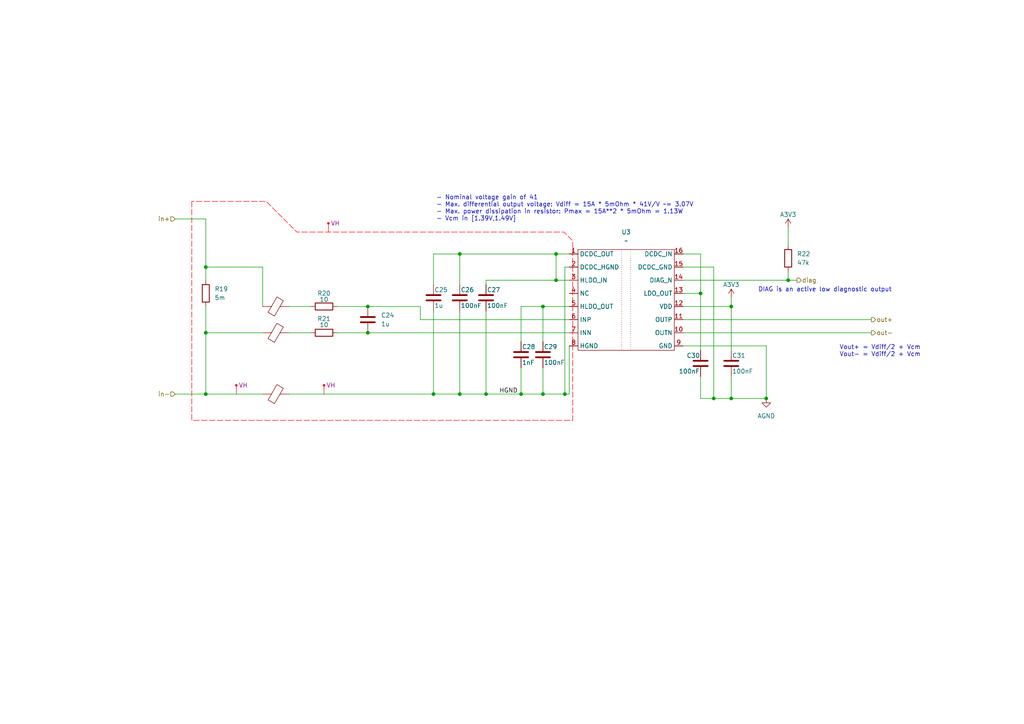
<source format=kicad_sch>
(kicad_sch (version 20250114) (generator "eeschema") (generator_version "9.0")
  (paper "A4")
  (title_block (title "Current sensing") (date "2025-08-06"))
  (lib_symbols
    (symbol "Device:C" (pin_numbers (hide yes)) (pin_names (offset 0.254))
      (property "Reference" "C" (at 0.635 2.54 0))
      (property "Value" "C" (at 0.635 -2.54 0))
      (symbol "C_0_1"
        (polyline (pts (xy -2.032 0.762) (xy 2.032 0.762)) (stroke (width 0.508)))
        (polyline (pts (xy -2.032 -0.762) (xy 2.032 -0.762)) (stroke (width 0.508)))
      )
      (symbol "C_1_1"
        (pin passive line (at 0 3.81 270) (length 2.794) (name "~") (number "1"))
        (pin passive line (at 0 -3.81 90) (length 2.794) (name "~") (number "2"))
      )
    )
    (symbol "Device:FerriteBead" (pin_numbers (hide yes)) (pin_names (offset 0))
      (property "Reference" "FB" (at -3.81 0.635 90))
      (property "Value" "FerriteBead" (at 3.81 0 90))
      (symbol "FerriteBead_0_1"
        (polyline (pts (xy -2.7686 0.4064) (xy -1.7018 2.2606) (xy 2.7686 -0.3048) (xy 1.6764 -2.159) (xy -2.7686 0.4064)))
        (polyline (pts (xy 0 1.27) (xy 0 1.2954)))
        (polyline (pts (xy 0 -1.27) (xy 0 -1.2192)))
      )
      (symbol "FerriteBead_1_1"
        (pin passive line (at 0 3.81 270) (length 2.54) (name "~") (number "1"))
        (pin passive line (at 0 -3.81 90) (length 2.54) (name "~") (number "2"))
      )
    )
    (symbol "Device:R" (pin_numbers (hide yes)) (pin_names (offset 0))
      (property "Reference" "R" (at 2.032 0 90))
      (property "Value" "R" (at 0 0 90))
      (symbol "R_0_1"
        (rectangle (start -1.016 -2.54) (end 1.016 2.54) (stroke (width 0.254)))
      )
      (symbol "R_1_1"
        (pin passive line (at 0 3.81 270) (length 1.27) (name "~") (number "1"))
        (pin passive line (at 0 -3.81 90) (length 1.27) (name "~") (number "2"))
      )
    )
    (symbol "mdriver_symbols:PAMC3302DWER"
      (property "Reference" "U" (at -10.16 0 0))
      (symbol "PAMC3302DWER_0_1"
        (rectangle (start -13.97 12.7) (end 13.97 -16.51))
        (polyline (pts (xy -1.27 12.7) (xy -1.27 -16.51)) (stroke (width 0) (type dot)))
        (polyline (pts (xy 1.27 12.7) (xy 1.27 -16.51)) (stroke (width 0) (type dot)))
      )
      (symbol "PAMC3302DWER_1_1"
        (pin input line (at -16.51 11.43 0) (length 2.54) (name "DCDC_OUT") (number "1"))
        (pin input line (at -16.51 7.62 0) (length 2.54) (name "DCDC_HGND") (number "2"))
        (pin input line (at -16.51 3.81 0) (length 2.54) (name "HLDO_IN") (number "3"))
        (pin input line (at -16.51 0 0) (length 2.54) (name "NC") (number "4"))
        (pin input line (at -16.51 -3.81 0) (length 2.54) (name "HLDO_OUT") (number "5"))
        (pin input line (at -16.51 -7.62 0) (length 2.54) (name "INP") (number "6"))
        (pin input line (at -16.51 -11.43 0) (length 2.54) (name "INN") (number "7"))
        (pin input line (at -16.51 -15.24 0) (length 2.54) (name "HGND") (number "8"))
        (pin input line (at 16.51 11.43 180) (length 2.54) (name "DCDC_IN") (number "16"))
        (pin input line (at 16.51 7.62 180) (length 2.54) (name "DCDC_GND") (number "15"))
        (pin input line (at 16.51 3.81 180) (length 2.54) (name "DIAG_N") (number "14"))
        (pin input line (at 16.51 0 180) (length 2.54) (name "LDO_OUT") (number "13"))
        (pin input line (at 16.51 -3.81 180) (length 2.54) (name "VDD") (number "12"))
        (pin input line (at 16.51 -7.62 180) (length 2.54) (name "OUTP") (number "11"))
        (pin input line (at 16.51 -11.43 180) (length 2.54) (name "OUTN") (number "10"))
        (pin input line (at 16.51 -15.24 180) (length 2.54) (name "GND") (number "9"))
      )
    )
    (symbol "power:GND" (power) (pin_numbers (hide yes)) (pin_names (offset 0) (hide yes))
      (property "Value" "GND" (at 0 -3.81 0))
      (symbol "GND_0_1"
        (polyline (pts (xy 0 0) (xy 0 -1.27) (xy 1.27 -1.27) (xy 0 -2.54) (xy -1.27 -1.27) (xy 0 -1.27)))
      )
      (symbol "GND_1_1"
        (pin power_in line (at 0 0 270) (length 0) (name "~") (number "1"))
      )
    )
    (symbol "power:VDD" (power) (pin_numbers (hide yes)) (pin_names (offset 0) (hide yes))
      (property "Value" "VDD" (at 0 3.556 0))
      (symbol "VDD_0_1"
        (polyline (pts (xy -0.762 1.27) (xy 0 2.54)))
        (polyline (pts (xy 0 2.54) (xy 0.762 1.27)))
        (polyline (pts (xy 0 0) (xy 0 2.54)))
      )
      (symbol "VDD_1_1"
        (pin power_in line (at 0 0 90) (length 0) (name "~") (number "1"))
      )
    )
  )
  (text "DIAG is an active low diagnostic output" (at 239.268 84.074 0) (effects (font (size 1.27 1.27))))
  (text "Vout+ = Vdiff/2 + Vcm\nVout- = Vdiff/2 + Vcm" (at 255.27 101.854 0) (effects (font (size 1.27 1.27))))
  (text "- Nominal voltage gain of 41\n- Max. differential output voltage: Vdiff = 15A * 5mOhm * 41V/V ~= 3.07V\n- Max. power dissipation in resistor: Pmax = 15A**2 * 5mOhm = 1.13W\n- Vcm in [1.39V,1.49V]" (at 126.492 60.452 0) (effects (font (size 1.27 1.27)) (justify left)))
  (junction (at 140.97 114.3))
  (junction (at 133.35 114.3))
  (junction (at 157.48 88.9))
  (junction (at 222.25 115.57))
  (junction (at 59.69 114.3))
  (junction (at 151.13 114.3))
  (junction (at 161.29 73.66))
  (junction (at 161.29 81.28))
  (junction (at 163.83 114.3))
  (junction (at 212.09 88.9))
  (junction (at 106.68 88.9))
  (junction (at 125.73 114.3))
  (junction (at 228.6 81.28))
  (junction (at 59.69 77.47))
  (junction (at 203.2 85.09))
  (junction (at 207.01 115.57))
  (junction (at 157.48 114.3))
  (junction (at 133.35 73.66))
  (junction (at 106.68 96.52))
  (junction (at 212.09 115.57))
  (junction (at 59.69 96.52))
  (wire (pts (xy 161.29 73.66) (xy 161.29 81.28)))
  (wire (pts (xy 165.1 88.9) (xy 157.48 88.9)))
  (wire (pts (xy 83.82 96.52) (xy 90.17 96.52)))
  (wire (pts (xy 151.13 106.68) (xy 151.13 114.3)))
  (wire (pts (xy 203.2 115.57) (xy 207.01 115.57)))
  (wire (pts (xy 97.79 96.52) (xy 106.68 96.52)))
  (wire (pts (xy 50.8 63.5) (xy 59.69 63.5)))
  (wire (pts (xy 198.12 77.47) (xy 207.01 77.47)))
  (wire (pts (xy 125.73 73.66) (xy 125.73 82.55)))
  (wire (pts (xy 133.35 73.66) (xy 125.73 73.66)))
  (wire (pts (xy 106.68 88.9) (xy 121.92 88.9)))
  (wire (pts (xy 165.1 77.47) (xy 163.83 77.47)))
  (wire (pts (xy 198.12 92.71) (xy 252.73 92.71)))
  (wire (pts (xy 198.12 73.66) (xy 203.2 73.66)))
  (wire (pts (xy 140.97 114.3) (xy 151.13 114.3)))
  (wire (pts (xy 207.01 115.57) (xy 212.09 115.57)))
  (wire (pts (xy 228.6 81.28) (xy 231.14 81.28)))
  (wire (pts (xy 228.6 78.74) (xy 228.6 81.28)))
  (wire (pts (xy 165.1 114.3) (xy 163.83 114.3)))
  (wire (pts (xy 198.12 96.52) (xy 252.73 96.52)))
  (wire (pts (xy 165.1 92.71) (xy 121.92 92.71)))
  (wire (pts (xy 212.09 86.36) (xy 212.09 88.9)))
  (wire (pts (xy 97.79 88.9) (xy 106.68 88.9)))
  (wire (pts (xy 140.97 90.17) (xy 140.97 114.3)))
  (wire (pts (xy 151.13 99.06) (xy 151.13 88.9)))
  (wire (pts (xy 198.12 85.09) (xy 203.2 85.09)))
  (wire (pts (xy 157.48 114.3) (xy 151.13 114.3)))
  (wire (pts (xy 222.25 100.33) (xy 222.25 115.57)))
  (wire (pts (xy 151.13 88.9) (xy 157.48 88.9)))
  (wire (pts (xy 140.97 81.28) (xy 161.29 81.28)))
  (wire (pts (xy 163.83 114.3) (xy 157.48 114.3)))
  (wire (pts (xy 121.92 92.71) (xy 121.92 88.9)))
  (wire (pts (xy 59.69 114.3) (xy 59.69 96.52)))
  (wire (pts (xy 212.09 109.22) (xy 212.09 115.57)))
  (wire (pts (xy 106.68 96.52) (xy 165.1 96.52)))
  (wire (pts (xy 165.1 81.28) (xy 161.29 81.28)))
  (wire (pts (xy 50.8 114.3) (xy 59.69 114.3)))
  (wire (pts (xy 59.69 63.5) (xy 59.69 77.47)))
  (wire (pts (xy 165.1 100.33) (xy 165.1 114.3)))
  (wire (pts (xy 133.35 73.66) (xy 133.35 82.55)))
  (wire (pts (xy 163.83 77.47) (xy 163.83 114.3)))
  (wire (pts (xy 157.48 88.9) (xy 157.48 99.06)))
  (wire (pts (xy 157.48 106.68) (xy 157.48 114.3)))
  (wire (pts (xy 228.6 66.04) (xy 228.6 71.12)))
  (wire (pts (xy 59.69 114.3) (xy 76.2 114.3)))
  (wire (pts (xy 59.69 77.47) (xy 59.69 81.28)))
  (wire (pts (xy 161.29 73.66) (xy 133.35 73.66)))
  (wire (pts (xy 59.69 96.52) (xy 76.2 96.52)))
  (wire (pts (xy 198.12 100.33) (xy 222.25 100.33)))
  (wire (pts (xy 133.35 90.17) (xy 133.35 114.3)))
  (wire (pts (xy 59.69 77.47) (xy 76.2 77.47)))
  (wire (pts (xy 212.09 115.57) (xy 222.25 115.57)))
  (wire (pts (xy 198.12 81.28) (xy 228.6 81.28)))
  (wire (pts (xy 203.2 101.6) (xy 203.2 85.09)))
  (wire (pts (xy 203.2 73.66) (xy 203.2 85.09)))
  (wire (pts (xy 207.01 77.47) (xy 207.01 115.57)))
  (wire (pts (xy 125.73 90.17) (xy 125.73 114.3)))
  (wire (pts (xy 133.35 114.3) (xy 125.73 114.3)))
  (wire (pts (xy 140.97 82.55) (xy 140.97 81.28)))
  (wire (pts (xy 125.73 114.3) (xy 83.82 114.3)))
  (wire (pts (xy 83.82 88.9) (xy 90.17 88.9)))
  (wire (pts (xy 212.09 88.9) (xy 212.09 101.6)))
  (wire (pts (xy 76.2 88.9) (xy 76.2 77.47)))
  (wire (pts (xy 133.35 114.3) (xy 140.97 114.3)))
  (wire (pts (xy 59.69 88.9) (xy 59.69 96.52)))
  (wire (pts (xy 203.2 109.22) (xy 203.2 115.57)))
  (wire (pts (xy 212.09 88.9) (xy 198.12 88.9)))
  (wire (pts (xy 165.1 73.66) (xy 161.29 73.66)))
  (label "HGND" (at 144.78 114.3 0))
  (hierarchical_label "in-" (shape input) (at 50.8 114.3 180))
  (hierarchical_label "out-" (shape output) (at 252.73 96.52 0))
  (hierarchical_label "in+" (shape input) (at 50.8 63.5 180))
  (hierarchical_label "out+" (shape output) (at 252.73 92.71 0))
  (hierarchical_label "diag" (shape output) (at 231.14 81.28 0))
  (rule_area (polyline (pts (xy 55.626 58.42) (xy 55.626 121.92) (xy 166.116 121.92) (xy 166.116 69.85) (xy 163.576 67.31) (xy 86.106 67.31) (xy 77.216 58.42)) (stroke (width 0) (type dash))))
  (netclass_flag "" (length 2.54) (shape dot) (at 95.25 67.31 0) (property "Netclass" "VH" (at 95.9485 64.77 0) (effects (justify left))))
  (netclass_flag "" (length 2.54) (shape dot) (at 68.5411 114.3 0) (property "Netclass" "VH" (at 69.2396 111.76 0) (effects (justify left))))
  (netclass_flag "" (length 2.54) (shape dot) (at 93.98 114.3 0) (property "Netclass" "VH" (at 94.6785 111.76 0) (effects (justify left))))
  (symbol (lib_id "Device:R") (at 228.6 74.93 0) (unit 1)
    (property "Reference" "R22" (at 231.14 73.6599 0) (effects (justify left)))
    (property "Value" "47k" (at 231.14 76.1999 0) (effects (justify left)))
    (property "Footprint" "Resistor_SMD:R_0402_1005Metric" (effects (hide yes)))
    (property "Description" "TE Connectivity CRGP0402F47K Res Thick Film 0402 47K Ohm 1% 0.125W(1/8W) ±100ppm/°C Pad SMD T/R Automotive AEC-Q200" (effects (hide yes)))
    (property "Partno" "CRGP0402F47K " (effects (hide yes)))
  )
  (symbol (lib_id "Device:C") (at 151.13 102.87 0) (unit 1)
    (property "Reference" "C28" (at 151.384 100.584 0) (effects (justify left)))
    (property "Value" "1nF" (at 151.384 105.156 0) (effects (justify left)))
    (property "Footprint" "Capacitor_SMD:C_0402_1005Metric" (effects (hide yes)))
    (property "Description" "Multilayer Ceramic Capacitors MLCC - SMD/SMT 16V 0.1uF X7R 0402 10%" (effects (hide yes)))
    (property "Partno" "CL05B102KB5NNNC" (effects (hide yes)))
  )
  (symbol (lib_id "Device:FerriteBead") (at 80.01 96.52 90) (unit 1)
    (property "Reference" "FB2" (effects (hide yes)))
    (property "Value" "2.2Ohm" (effects (hide yes)))
    (property "Footprint" "Inductor_SMD:L_0402_1005Metric" (effects (hide yes)))
    (property "Datasheet" "https://octopart.com/datasheet/74269244182-wurth+elektronik-110288114" (effects (hide yes)))
    (property "Description" "Ferrite Beads, 0.21A, 1.8Kohm, 25% Rohs Compliant: Yes |Wurth Elektronik 74269244182" (effects (hide yes)))
    (property "Partno" "74269244182" (effects (hide yes)))
  )
  (symbol (lib_id "Device:C") (at 157.48 102.87 0) (unit 1)
    (property "Reference" "C29" (at 157.734 100.584 0) (effects (justify left)))
    (property "Value" "100nF" (at 157.734 105.156 0) (effects (justify left)))
    (property "Footprint" "Capacitor_SMD:C_0402_1005Metric" (effects (hide yes)))
    (property "Description" "Multilayer Ceramic Capacitors MLCC - SMD/SMT 16V 0.1uF X7R 0402 10%" (effects (hide yes)))
    (property "Partno" "C0402C104K4RECAUTO " (effects (hide yes)))
  )
  (symbol (lib_id "power:GND") (at 222.25 115.57 0) (unit 1)
    (property "Reference" "#PWR030" (effects (hide yes)))
    (property "Value" "AGND" (at 222.25 120.65 0))
    (property "Description" "Power symbol creates a global label with name \"GND\" , ground" (effects (hide yes)))
  )
  (symbol (lib_id "Device:FerriteBead") (at 80.01 88.9 90) (unit 1)
    (property "Reference" "FB1" (effects (hide yes)))
    (property "Value" "2.2Ohm" (effects (hide yes)))
    (property "Footprint" "Inductor_SMD:L_0402_1005Metric" (effects (hide yes)))
    (property "Datasheet" "https://octopart.com/datasheet/74269244182-wurth+elektronik-110288114" (effects (hide yes)))
    (property "Description" "Ferrite Beads, 0.21A, 1.8Kohm, 25% Rohs Compliant: Yes |Wurth Elektronik 74269244182" (effects (hide yes)))
    (property "Partno" "74269244182" (effects (hide yes)))
  )
  (symbol (lib_id "Device:C") (at 212.09 105.41 0) (unit 1)
    (property "Reference" "C31" (at 212.344 103.124 0) (effects (justify left)))
    (property "Value" "100nF" (at 212.344 107.696 0) (effects (justify left)))
    (property "Footprint" "Capacitor_SMD:C_0402_1005Metric" (effects (hide yes)))
    (property "Description" "Multilayer Ceramic Capacitors MLCC - SMD/SMT 16V 0.1uF X7R 0402 10%" (effects (hide yes)))
    (property "Partno" "C0402C104K4RECAUTO " (effects (hide yes)))
  )
  (symbol (lib_id "Device:C") (at 133.35 86.36 0) (unit 1)
    (property "Reference" "C26" (at 133.604 84.074 0) (effects (justify left)))
    (property "Value" "100nF" (at 133.604 88.646 0) (effects (justify left)))
    (property "Footprint" "Capacitor_SMD:C_0402_1005Metric" (effects (hide yes)))
    (property "Description" "Multilayer Ceramic Capacitors MLCC - SMD/SMT 16V 0.1uF X7R 0402 10%" (effects (hide yes)))
    (property "Partno" "C0402C104K4RECAUTO " (effects (hide yes)))
  )
  (symbol (lib_id "Device:C") (at 140.97 86.36 0) (unit 1)
    (property "Reference" "C27" (at 141.224 84.074 0) (effects (justify left)))
    (property "Value" "100nF" (at 141.224 88.646 0) (effects (justify left)))
    (property "Footprint" "Capacitor_SMD:C_0402_1005Metric" (effects (hide yes)))
    (property "Description" "Multilayer Ceramic Capacitors MLCC - SMD/SMT 16V 0.1uF X7R 0402 10%" (effects (hide yes)))
    (property "Partno" "C0402C104K4RECAUTO " (effects (hide yes)))
  )
  (symbol (lib_id "Device:C") (at 106.68 92.71 0) (unit 1)
    (property "Reference" "C24" (at 110.49 91.4399 0) (effects (justify left)))
    (property "Value" "1u" (at 110.49 93.9799 0) (effects (justify left)))
    (property "Footprint" "Capacitor_SMD:C_0402_1005Metric" (effects (hide yes)))
    (property "Description" "Multilayer Ceramic Capacitor, 1 F, 10%, X5R, 16 V, 0402 [1005 Metric] Rohs Compliant: Yes" (effects (hide yes)))
    (property "Partno" "0402YD105KAT2A" (effects (hide yes)))
  )
  (symbol (lib_id "power:VDD") (at 228.6 66.04 0) (unit 1)
    (property "Reference" "#PWR031" (effects (hide yes)))
    (property "Value" "A3V3" (at 228.6 62.23 0))
    (property "Description" "Power symbol creates a global label with name \"VDD\"" (effects (hide yes)))
  )
  (symbol (lib_id "Device:R") (at 93.98 88.9 90) (unit 1)
    (property "Reference" "R20" (at 93.98 85.09 90))
    (property "Value" "10" (at 93.98 86.868 90))
    (property "Footprint" "Resistor_SMD:R_0402_1005Metric" (effects (hide yes)))
    (property "Description" "Res Thick Film 0402 10 Ohm 5% 0.063W(1/16W) ±200ppm/C Pad SMD T/R" (effects (hide yes)))
    (property "Partno" "RC0402JR-0710RL" (effects (hide yes)))
  )
  (symbol (lib_id "Device:R") (at 93.98 96.52 90) (unit 1)
    (property "Reference" "R21" (at 93.98 92.456 90))
    (property "Value" "10" (at 93.98 94.234 90))
    (property "Footprint" "Resistor_SMD:R_0402_1005Metric" (effects (hide yes)))
    (property "Description" "Res Thick Film 0402 10 Ohm 5% 0.063W(1/16W) ±200ppm/C Pad SMD T/R" (effects (hide yes)))
    (property "Partno" "RC0402JR-0710RL" (effects (hide yes)))
  )
  (symbol (lib_id "Device:FerriteBead") (at 80.01 114.3 90) (unit 1)
    (property "Reference" "FB3" (effects (hide yes)))
    (property "Value" "2.2Ohm" (effects (hide yes)))
    (property "Footprint" "Inductor_SMD:L_0402_1005Metric" (effects (hide yes)))
    (property "Datasheet" "https://octopart.com/datasheet/74269244182-wurth+elektronik-110288114" (effects (hide yes)))
    (property "Description" "Ferrite Beads, 0.21A, 1.8Kohm, 25% Rohs Compliant: Yes |Wurth Elektronik 74269244182" (effects (hide yes)))
    (property "Partno" "74269244182" (effects (hide yes)))
  )
  (symbol (lib_id "Device:C") (at 203.2 105.41 0) (unit 1)
    (property "Reference" "C30" (at 199.136 103.124 0) (effects (justify left)))
    (property "Value" "100nF" (at 196.85 107.696 0) (effects (justify left)))
    (property "Footprint" "Capacitor_SMD:C_0402_1005Metric" (effects (hide yes)))
    (property "Description" "Multilayer Ceramic Capacitors MLCC - SMD/SMT 16V 0.1uF X7R 0402 10%" (effects (hide yes)))
    (property "Partno" "C0402C104K4RECAUTO " (effects (hide yes)))
  )
  (symbol (lib_id "power:VDD") (at 212.09 86.36 0) (unit 1)
    (property "Reference" "#PWR029" (effects (hide yes)))
    (property "Value" "A3V3" (at 212.09 82.55 0))
    (property "Description" "Power symbol creates a global label with name \"VDD\"" (effects (hide yes)))
  )
  (symbol (lib_id "Device:R") (at 59.69 85.09 0) (unit 1)
    (property "Reference" "R19" (at 62.23 83.8199 0) (effects (justify left)))
    (property "Value" "5m" (at 62.23 86.3599 0) (effects (justify left)))
    (property "Footprint" "Resistor_SMD:R_2512_6332Metric_Pad1.40x3.35mm_HandSolder" (effects (hide yes)))
    (property "Datasheet" "https://octopart.com/datasheet/mcs3264r005fer-ohmite-19081092" (effects (hide yes)))
    (property "Description" "Fixed Resistor, 2W, 0.005ohm, 0.1V, 1% +/-Tol, 100ppm/Cel, Surface Mount, 2512" (effects (hide yes)))
    (property "Partno" "MCS3264R005FER" (effects (hide yes)))
  )
  (symbol (lib_id "mdriver_symbols:PAMC3302DWER") (at 181.61 85.09 0) (unit 1)
    (property "Reference" "U3" (at 181.61 67.31 0))
    (property "Value" "~" (at 181.61 69.85 0))
    (property "Footprint" "mdriver:PAMC3302DWER" (effects (hide yes)))
    (property "Datasheet" "https://www.ti.com/lit/gpn/amc3302" (effects (hide yes)))
    (property "Description" "±50-mV input, precision current sensing reinforced isolated amplifier with integrated DC/DC" (effects (hide yes)))
    (property "Partno" "AMC3302" (effects (hide yes)))
  )
  (symbol (lib_id "Device:C") (at 125.73 86.36 0) (unit 1)
    (property "Reference" "C25" (at 125.984 84.074 0) (effects (justify left)))
    (property "Value" "1u" (at 125.984 88.646 0) (effects (justify left)))
    (property "Footprint" "Capacitor_SMD:C_0402_1005Metric" (effects (hide yes)))
    (property "Description" "Multilayer Ceramic Capacitor, 1 F, 10%, X5R, 16 V, 0402 [1005 Metric] Rohs Compliant: Yes" (effects (hide yes)))
    (property "Partno" "0402YD105KAT2A" (effects (hide yes)))
  )
)
</source>
